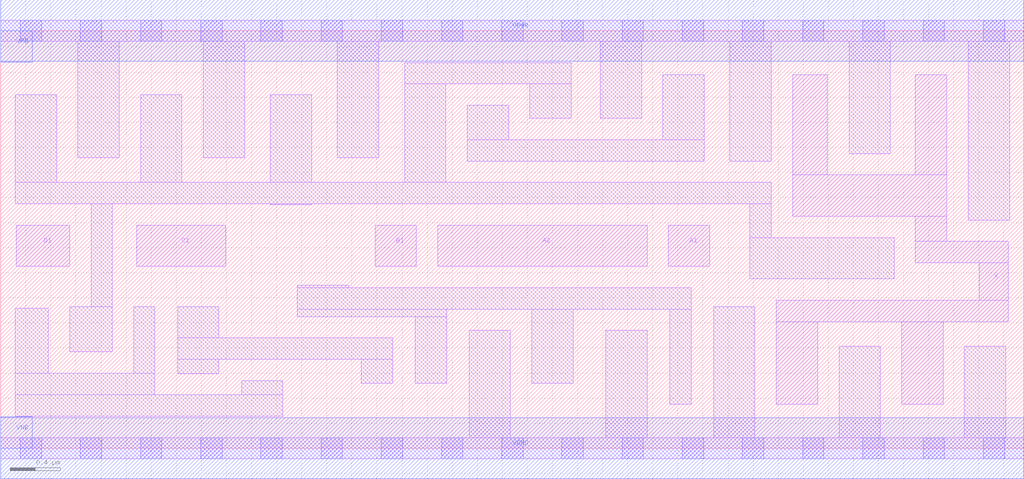
<source format=lef>
# Copyright 2020 The SkyWater PDK Authors
#
# Licensed under the Apache License, Version 2.0 (the "License");
# you may not use this file except in compliance with the License.
# You may obtain a copy of the License at
#
#     https://www.apache.org/licenses/LICENSE-2.0
#
# Unless required by applicable law or agreed to in writing, software
# distributed under the License is distributed on an "AS IS" BASIS,
# WITHOUT WARRANTIES OR CONDITIONS OF ANY KIND, either express or implied.
# See the License for the specific language governing permissions and
# limitations under the License.
#
# SPDX-License-Identifier: Apache-2.0

VERSION 5.5 ;
NAMESCASESENSITIVE ON ;
BUSBITCHARS "[]" ;
DIVIDERCHAR "/" ;
MACRO sky130_fd_sc_hs__o2111a_4
  CLASS CORE ;
  SOURCE USER ;
  ORIGIN  0.000000  0.000000 ;
  SIZE  8.160000 BY  3.330000 ;
  SYMMETRY X Y ;
  SITE unit ;
  PIN A1
    ANTENNAGATEAREA  0.522000 ;
    DIRECTION INPUT ;
    USE SIGNAL ;
    PORT
      LAYER li1 ;
        RECT 5.325000 1.450000 5.655000 1.780000 ;
    END
  END A1
  PIN A2
    ANTENNAGATEAREA  0.522000 ;
    DIRECTION INPUT ;
    USE SIGNAL ;
    PORT
      LAYER li1 ;
        RECT 3.485000 1.450000 5.155000 1.780000 ;
    END
  END A2
  PIN B1
    ANTENNAGATEAREA  0.474000 ;
    DIRECTION INPUT ;
    USE SIGNAL ;
    PORT
      LAYER li1 ;
        RECT 2.985000 1.450000 3.315000 1.780000 ;
    END
  END B1
  PIN C1
    ANTENNAGATEAREA  0.474000 ;
    DIRECTION INPUT ;
    USE SIGNAL ;
    PORT
      LAYER li1 ;
        RECT 1.085000 1.450000 1.795000 1.780000 ;
    END
  END C1
  PIN D1
    ANTENNAGATEAREA  0.474000 ;
    DIRECTION INPUT ;
    USE SIGNAL ;
    PORT
      LAYER li1 ;
        RECT 0.125000 1.450000 0.550000 1.780000 ;
    END
  END D1
  PIN X
    ANTENNADIFFAREA  1.142400 ;
    DIRECTION OUTPUT ;
    USE SIGNAL ;
    PORT
      LAYER li1 ;
        RECT 6.185000 0.350000 6.515000 1.010000 ;
        RECT 6.185000 1.010000 8.035000 1.180000 ;
        RECT 6.315000 1.850000 7.545000 2.180000 ;
        RECT 6.315000 2.180000 6.590000 2.980000 ;
        RECT 7.185000 0.350000 7.515000 1.010000 ;
        RECT 7.295000 1.480000 8.035000 1.650000 ;
        RECT 7.295000 1.650000 7.545000 1.850000 ;
        RECT 7.295000 2.180000 7.545000 2.980000 ;
        RECT 7.805000 1.180000 8.035000 1.480000 ;
    END
  END X
  PIN VGND
    DIRECTION INOUT ;
    USE GROUND ;
    PORT
      LAYER met1 ;
        RECT 0.000000 -0.245000 8.160000 0.245000 ;
    END
  END VGND
  PIN VNB
    DIRECTION INOUT ;
    USE GROUND ;
    PORT
      LAYER met1 ;
        RECT 0.000000 0.000000 0.250000 0.250000 ;
    END
  END VNB
  PIN VPB
    DIRECTION INOUT ;
    USE POWER ;
    PORT
      LAYER met1 ;
        RECT 0.000000 3.080000 0.250000 3.330000 ;
    END
  END VPB
  PIN VPWR
    DIRECTION INOUT ;
    USE POWER ;
    PORT
      LAYER met1 ;
        RECT 0.000000 3.085000 8.160000 3.575000 ;
    END
  END VPWR
  OBS
    LAYER li1 ;
      RECT 0.000000 -0.085000 8.160000 0.085000 ;
      RECT 0.000000  3.245000 8.160000 3.415000 ;
      RECT 0.115000  0.255000 2.250000 0.425000 ;
      RECT 0.115000  0.425000 1.230000 0.600000 ;
      RECT 0.115000  0.600000 0.380000 1.115000 ;
      RECT 0.115000  1.950000 6.145000 2.120000 ;
      RECT 0.115000  2.120000 0.445000 2.820000 ;
      RECT 0.550000  0.770000 0.890000 1.130000 ;
      RECT 0.615000  2.315000 0.945000 3.245000 ;
      RECT 0.720000  1.130000 0.890000 1.950000 ;
      RECT 1.060000  0.600000 1.230000 1.130000 ;
      RECT 1.115000  2.120000 1.445000 2.820000 ;
      RECT 1.410000  0.595000 1.740000 0.710000 ;
      RECT 1.410000  0.710000 3.125000 0.880000 ;
      RECT 1.410000  0.880000 1.740000 1.130000 ;
      RECT 1.615000  2.315000 1.945000 3.245000 ;
      RECT 1.920000  0.425000 2.250000 0.540000 ;
      RECT 2.150000  1.940000 2.480000 1.950000 ;
      RECT 2.150000  2.120000 2.480000 2.820000 ;
      RECT 2.365000  1.050000 3.555000 1.110000 ;
      RECT 2.365000  1.110000 5.505000 1.280000 ;
      RECT 2.365000  1.280000 2.775000 1.300000 ;
      RECT 2.685000  2.315000 3.015000 3.245000 ;
      RECT 2.875000  0.520000 3.125000 0.710000 ;
      RECT 3.220000  2.120000 3.550000 2.905000 ;
      RECT 3.220000  2.905000 4.550000 3.075000 ;
      RECT 3.305000  0.520000 3.555000 1.050000 ;
      RECT 3.720000  2.290000 5.610000 2.460000 ;
      RECT 3.720000  2.460000 4.050000 2.735000 ;
      RECT 3.735000  0.085000 4.065000 0.940000 ;
      RECT 4.220000  2.630000 4.550000 2.905000 ;
      RECT 4.235000  0.520000 4.565000 1.110000 ;
      RECT 4.780000  2.630000 5.110000 3.245000 ;
      RECT 4.825000  0.085000 5.155000 0.940000 ;
      RECT 5.280000  2.460000 5.610000 2.980000 ;
      RECT 5.335000  0.350000 5.505000 1.110000 ;
      RECT 5.685000  0.085000 6.015000 1.130000 ;
      RECT 5.815000  2.290000 6.145000 3.245000 ;
      RECT 5.975000  1.350000 7.125000 1.680000 ;
      RECT 5.975000  1.680000 6.145000 1.950000 ;
      RECT 6.685000  0.085000 7.015000 0.815000 ;
      RECT 6.765000  2.350000 7.095000 3.245000 ;
      RECT 7.685000  0.085000 8.015000 0.815000 ;
      RECT 7.715000  1.820000 8.045000 3.245000 ;
    LAYER mcon ;
      RECT 0.155000 -0.085000 0.325000 0.085000 ;
      RECT 0.155000  3.245000 0.325000 3.415000 ;
      RECT 0.635000 -0.085000 0.805000 0.085000 ;
      RECT 0.635000  3.245000 0.805000 3.415000 ;
      RECT 1.115000 -0.085000 1.285000 0.085000 ;
      RECT 1.115000  3.245000 1.285000 3.415000 ;
      RECT 1.595000 -0.085000 1.765000 0.085000 ;
      RECT 1.595000  3.245000 1.765000 3.415000 ;
      RECT 2.075000 -0.085000 2.245000 0.085000 ;
      RECT 2.075000  3.245000 2.245000 3.415000 ;
      RECT 2.555000 -0.085000 2.725000 0.085000 ;
      RECT 2.555000  3.245000 2.725000 3.415000 ;
      RECT 3.035000 -0.085000 3.205000 0.085000 ;
      RECT 3.035000  3.245000 3.205000 3.415000 ;
      RECT 3.515000 -0.085000 3.685000 0.085000 ;
      RECT 3.515000  3.245000 3.685000 3.415000 ;
      RECT 3.995000 -0.085000 4.165000 0.085000 ;
      RECT 3.995000  3.245000 4.165000 3.415000 ;
      RECT 4.475000 -0.085000 4.645000 0.085000 ;
      RECT 4.475000  3.245000 4.645000 3.415000 ;
      RECT 4.955000 -0.085000 5.125000 0.085000 ;
      RECT 4.955000  3.245000 5.125000 3.415000 ;
      RECT 5.435000 -0.085000 5.605000 0.085000 ;
      RECT 5.435000  3.245000 5.605000 3.415000 ;
      RECT 5.915000 -0.085000 6.085000 0.085000 ;
      RECT 5.915000  3.245000 6.085000 3.415000 ;
      RECT 6.395000 -0.085000 6.565000 0.085000 ;
      RECT 6.395000  3.245000 6.565000 3.415000 ;
      RECT 6.875000 -0.085000 7.045000 0.085000 ;
      RECT 6.875000  3.245000 7.045000 3.415000 ;
      RECT 7.355000 -0.085000 7.525000 0.085000 ;
      RECT 7.355000  3.245000 7.525000 3.415000 ;
      RECT 7.835000 -0.085000 8.005000 0.085000 ;
      RECT 7.835000  3.245000 8.005000 3.415000 ;
  END
END sky130_fd_sc_hs__o2111a_4
END LIBRARY

</source>
